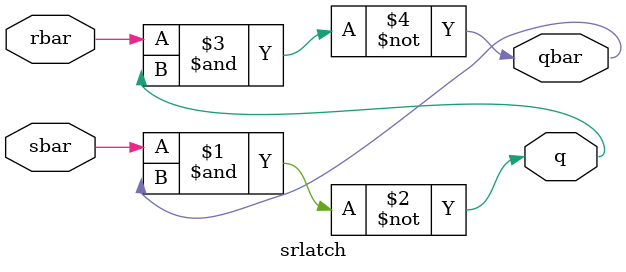
<source format=v>
module srlatch(input sbar, rbar, output q, qbar);
    nand (q, sbar, qbar);
    nand (qbar, rbar, q);
endmodule

</source>
